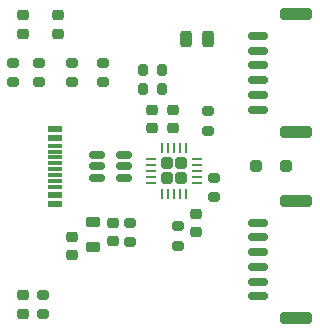
<source format=gbr>
%TF.GenerationSoftware,KiCad,Pcbnew,7.0.7-7.0.7~ubuntu23.04.1*%
%TF.CreationDate,2023-09-26T23:16:17+00:00*%
%TF.ProjectId,TFUSBSERIAL01,54465553-4253-4455-9249-414c30312e6b,REV*%
%TF.SameCoordinates,Original*%
%TF.FileFunction,Paste,Bot*%
%TF.FilePolarity,Positive*%
%FSLAX46Y46*%
G04 Gerber Fmt 4.6, Leading zero omitted, Abs format (unit mm)*
G04 Created by KiCad (PCBNEW 7.0.7-7.0.7~ubuntu23.04.1) date 2023-09-26 23:16:17*
%MOMM*%
%LPD*%
G01*
G04 APERTURE LIST*
G04 Aperture macros list*
%AMRoundRect*
0 Rectangle with rounded corners*
0 $1 Rounding radius*
0 $2 $3 $4 $5 $6 $7 $8 $9 X,Y pos of 4 corners*
0 Add a 4 corners polygon primitive as box body*
4,1,4,$2,$3,$4,$5,$6,$7,$8,$9,$2,$3,0*
0 Add four circle primitives for the rounded corners*
1,1,$1+$1,$2,$3*
1,1,$1+$1,$4,$5*
1,1,$1+$1,$6,$7*
1,1,$1+$1,$8,$9*
0 Add four rect primitives between the rounded corners*
20,1,$1+$1,$2,$3,$4,$5,0*
20,1,$1+$1,$4,$5,$6,$7,0*
20,1,$1+$1,$6,$7,$8,$9,0*
20,1,$1+$1,$8,$9,$2,$3,0*%
G04 Aperture macros list end*
%ADD10RoundRect,0.250000X-0.250000X-0.250000X0.250000X-0.250000X0.250000X0.250000X-0.250000X0.250000X0*%
%ADD11RoundRect,0.218750X0.256250X-0.218750X0.256250X0.218750X-0.256250X0.218750X-0.256250X-0.218750X0*%
%ADD12RoundRect,0.225000X-0.250000X0.225000X-0.250000X-0.225000X0.250000X-0.225000X0.250000X0.225000X0*%
%ADD13RoundRect,0.200000X-0.275000X0.200000X-0.275000X-0.200000X0.275000X-0.200000X0.275000X0.200000X0*%
%ADD14RoundRect,0.225000X0.250000X-0.225000X0.250000X0.225000X-0.250000X0.225000X-0.250000X-0.225000X0*%
%ADD15RoundRect,0.200000X0.275000X-0.200000X0.275000X0.200000X-0.275000X0.200000X-0.275000X-0.200000X0*%
%ADD16RoundRect,0.218750X-0.381250X0.218750X-0.381250X-0.218750X0.381250X-0.218750X0.381250X0.218750X0*%
%ADD17RoundRect,0.150000X-0.700000X0.150000X-0.700000X-0.150000X0.700000X-0.150000X0.700000X0.150000X0*%
%ADD18RoundRect,0.250000X-1.100000X0.250000X-1.100000X-0.250000X1.100000X-0.250000X1.100000X0.250000X0*%
%ADD19RoundRect,0.250000X0.255000X-0.255000X0.255000X0.255000X-0.255000X0.255000X-0.255000X-0.255000X0*%
%ADD20RoundRect,0.062500X0.062500X-0.350000X0.062500X0.350000X-0.062500X0.350000X-0.062500X-0.350000X0*%
%ADD21RoundRect,0.062500X0.350000X-0.062500X0.350000X0.062500X-0.350000X0.062500X-0.350000X-0.062500X0*%
%ADD22R,1.150000X0.600000*%
%ADD23R,1.150000X0.300000*%
%ADD24RoundRect,0.150000X0.512500X0.150000X-0.512500X0.150000X-0.512500X-0.150000X0.512500X-0.150000X0*%
%ADD25RoundRect,0.243750X-0.243750X-0.456250X0.243750X-0.456250X0.243750X0.456250X-0.243750X0.456250X0*%
%ADD26RoundRect,0.200000X-0.200000X-0.275000X0.200000X-0.275000X0.200000X0.275000X-0.200000X0.275000X0*%
%ADD27RoundRect,0.200000X0.200000X0.275000X-0.200000X0.275000X-0.200000X-0.275000X0.200000X-0.275000X0*%
G04 APERTURE END LIST*
D10*
%TO.C,D1*%
X160350000Y-100300000D03*
X162850000Y-100300000D03*
%TD*%
D11*
%TO.C,D3*%
X140594000Y-89104500D03*
X140594000Y-87529500D03*
%TD*%
D12*
%TO.C,C5*%
X155300000Y-104325000D03*
X155300000Y-105875000D03*
%TD*%
D11*
%TO.C,D4*%
X140600000Y-112787500D03*
X140600000Y-111212500D03*
%TD*%
D13*
%TO.C,R5*%
X147405000Y-91568000D03*
X147405000Y-93218000D03*
%TD*%
%TO.C,R6*%
X144738000Y-91569000D03*
X144738000Y-93219000D03*
%TD*%
D14*
%TO.C,C2*%
X151500000Y-97100000D03*
X151500000Y-95550000D03*
%TD*%
D15*
%TO.C,R7*%
X142300000Y-112850000D03*
X142300000Y-111200000D03*
%TD*%
D16*
%TO.C,FB1*%
X146516000Y-105037500D03*
X146516000Y-107162500D03*
%TD*%
D17*
%TO.C,J2*%
X160541000Y-89275000D03*
X160541000Y-90525000D03*
X160541000Y-91775000D03*
X160541000Y-93025000D03*
X160541000Y-94275000D03*
X160541000Y-95525000D03*
D18*
X163741000Y-87425000D03*
X163741000Y-97375000D03*
%TD*%
D19*
%TO.C,U2*%
X152775000Y-101325000D03*
X154025000Y-101325000D03*
X152775000Y-100075000D03*
X154025000Y-100075000D03*
D20*
X154400000Y-102637500D03*
X153900000Y-102637500D03*
X153400000Y-102637500D03*
X152900000Y-102637500D03*
X152400000Y-102637500D03*
D21*
X151462500Y-101700000D03*
X151462500Y-101200000D03*
X151462500Y-100700000D03*
X151462500Y-100200000D03*
X151462500Y-99700000D03*
D20*
X152400000Y-98762500D03*
X152900000Y-98762500D03*
X153400000Y-98762500D03*
X153900000Y-98762500D03*
X154400000Y-98762500D03*
D21*
X155337500Y-99700000D03*
X155337500Y-100200000D03*
X155337500Y-100700000D03*
X155337500Y-101200000D03*
X155337500Y-101700000D03*
%TD*%
D13*
%TO.C,R9*%
X153700000Y-105375000D03*
X153700000Y-107025000D03*
%TD*%
D15*
%TO.C,R2*%
X141944000Y-93218000D03*
X141944000Y-91568000D03*
%TD*%
D14*
%TO.C,C1*%
X148200000Y-106675000D03*
X148200000Y-105125000D03*
%TD*%
%TO.C,C3*%
X144800000Y-107850000D03*
X144800000Y-106300000D03*
%TD*%
D22*
%TO.C,J1*%
X143346200Y-103517000D03*
X143346200Y-102717000D03*
D23*
X143346200Y-101567000D03*
X143346200Y-100567000D03*
X143346200Y-100067000D03*
X143346200Y-99067000D03*
D22*
X143346200Y-97117000D03*
X143346200Y-97917000D03*
D23*
X143346200Y-98567000D03*
X143346200Y-99567000D03*
X143346200Y-101067000D03*
X143346200Y-102067000D03*
%TD*%
D24*
%TO.C,U1*%
X149175000Y-99367000D03*
X149175000Y-100317000D03*
X149175000Y-101267000D03*
X146900000Y-101267000D03*
X146900000Y-100317000D03*
X146900000Y-99367000D03*
%TD*%
D25*
%TO.C,F1*%
X154425000Y-89500000D03*
X156300000Y-89500000D03*
%TD*%
D13*
%TO.C,R10*%
X156800000Y-101300000D03*
X156800000Y-102950000D03*
%TD*%
D15*
%TO.C,R1*%
X139785000Y-93218000D03*
X139785000Y-91568000D03*
%TD*%
D13*
%TO.C,R11*%
X149700000Y-105075000D03*
X149700000Y-106725000D03*
%TD*%
D14*
%TO.C,C4*%
X153300000Y-97100000D03*
X153300000Y-95550000D03*
%TD*%
D26*
%TO.C,R3*%
X150771000Y-93800000D03*
X152421000Y-93800000D03*
%TD*%
D11*
%TO.C,D2*%
X143594000Y-89104500D03*
X143594000Y-87529500D03*
%TD*%
D15*
%TO.C,R8*%
X156300000Y-97300000D03*
X156300000Y-95650000D03*
%TD*%
D17*
%TO.C,J3*%
X160541000Y-105075000D03*
X160541000Y-106325000D03*
X160541000Y-107575000D03*
X160541000Y-108825000D03*
X160541000Y-110075000D03*
X160541000Y-111325000D03*
D18*
X163741000Y-103225000D03*
X163741000Y-113175000D03*
%TD*%
D27*
%TO.C,R4*%
X152421000Y-92203000D03*
X150771000Y-92203000D03*
%TD*%
M02*

</source>
